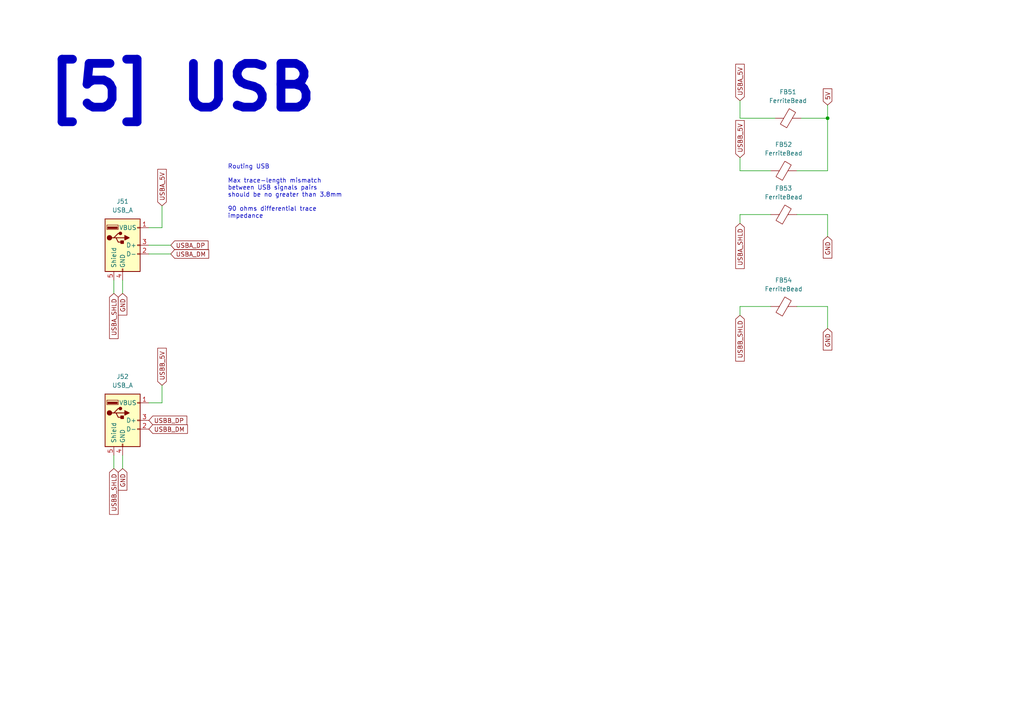
<source format=kicad_sch>
(kicad_sch (version 20230121) (generator eeschema)
  (paper "A4")
  (lib_symbols
    (symbol "Connector:USB_A" (pin_names (offset 1.016))
      (property "Reference" "J" (at -5.08 11.43 0))
      (property "Value" "USB_A" (at -5.08 8.89 0))
      (symbol "USB_A_0_1"
        (rectangle (start -5.08 -7.62) (end 5.08 7.62) (stroke (width 0.254)) (fill (type background)))
        (circle (center -3.81 2.159) (radius 0.635) (stroke (width 0.254)) (fill (type outline)))
        (rectangle (start -1.524 4.826) (end -4.318 5.334) (fill (type outline)))
        (rectangle (start -1.27 4.572) (end -4.572 5.842))
        (circle (center -0.635 3.429) (radius 0.381) (stroke (width 0.254)) (fill (type outline)))
        (rectangle (start -0.127 -7.62) (end 0.127 -6.858))
        (polyline (pts (xy -3.175 2.159) (xy -2.54 2.159) (xy -1.27 3.429) (xy -0.635 3.429)) (stroke (width 0.254)))
        (polyline (pts (xy -2.54 2.159) (xy -1.905 2.159) (xy -1.27 0.889) (xy 0 0.889)) (stroke (width 0.254)))
        (polyline (pts (xy 0.635 2.794) (xy 0.635 1.524) (xy 1.905 2.159) (xy 0.635 2.794)) (stroke (width 0.254)) (fill (type outline)))
        (rectangle (start 0.254 1.27) (end -0.508 0.508) (stroke (width 0.254)) (fill (type outline)))
        (rectangle (start 5.08 -2.667) (end 4.318 -2.413))
        (rectangle (start 5.08 -0.127) (end 4.318 0.127))
        (rectangle (start 5.08 4.953) (end 4.318 5.207))
      )
      (symbol "USB_A_1_1"
        (polyline (pts (xy -1.905 2.159) (xy 0.635 2.159)) (stroke (width 0.254)))
        (pin power_in line (at 7.62 5.08 180) (length 2.54) (name "VBUS") (number "1"))
        (pin bidirectional line (at 7.62 -2.54 180) (length 2.54) (name "D-") (number "2"))
        (pin bidirectional line (at 7.62 0 180) (length 2.54) (name "D+") (number "3"))
        (pin power_in line (at 0 -10.16 90) (length 2.54) (name "GND") (number "4"))
        (pin passive line (at -2.54 -10.16 90) (length 2.54) (name "Shield") (number "5"))
      )
    )
    (symbol "Device:FerriteBead" (pin_numbers hide) (pin_names (offset 0))
      (property "Reference" "FB" (at -3.81 0.635 90))
      (property "Value" "FerriteBead" (at 3.81 0 90))
      (symbol "FerriteBead_0_1"
        (polyline (pts (xy 0 -1.27) (xy 0 -1.2192)))
        (polyline (pts (xy 0 1.27) (xy 0 1.2954)))
        (polyline (pts (xy -2.7686 0.4064) (xy -1.7018 2.2606) (xy 2.7686 -0.3048) (xy 1.6764 -2.159) (xy -2.7686 0.4064)))
      )
      (symbol "FerriteBead_1_1"
        (pin passive line (at 0 3.81 270) (length 2.54) (name "~") (number "1"))
        (pin passive line (at 0 -3.81 90) (length 2.54) (name "~") (number "2"))
      )
    )
  )
  (junction (at 240.03 34.29))
  (wire (pts (xy 43.18 66.04) (xy 46.99 66.04)))
  (wire (pts (xy 46.99 116.84) (xy 46.99 111.76)))
  (wire (pts (xy 240.03 49.53) (xy 240.03 34.29)))
  (wire (pts (xy 35.56 132.08) (xy 35.56 135.89)))
  (wire (pts (xy 232.41 34.29) (xy 240.03 34.29)))
  (wire (pts (xy 214.63 45.72) (xy 214.63 49.53)))
  (wire (pts (xy 46.99 59.69) (xy 46.99 66.04)))
  (wire (pts (xy 223.52 62.23) (xy 214.63 62.23)))
  (wire (pts (xy 240.03 34.29) (xy 240.03 30.48)))
  (wire (pts (xy 43.18 116.84) (xy 46.99 116.84)))
  (wire (pts (xy 33.02 81.28) (xy 33.02 85.09)))
  (wire (pts (xy 43.18 73.66) (xy 49.53 73.66)))
  (wire (pts (xy 214.63 62.23) (xy 214.63 64.77)))
  (wire (pts (xy 214.63 34.29) (xy 214.63 29.21)))
  (wire (pts (xy 240.03 95.25) (xy 240.03 88.9)))
  (wire (pts (xy 33.02 132.08) (xy 33.02 135.89)))
  (wire (pts (xy 240.03 88.9) (xy 231.14 88.9)))
  (wire (pts (xy 43.18 71.12) (xy 49.53 71.12)))
  (wire (pts (xy 231.14 49.53) (xy 240.03 49.53)))
  (wire (pts (xy 35.56 81.28) (xy 35.56 85.09)))
  (wire (pts (xy 224.79 34.29) (xy 214.63 34.29)))
  (wire (pts (xy 240.03 68.58) (xy 240.03 62.23)))
  (wire (pts (xy 223.52 88.9) (xy 214.63 88.9)))
  (wire (pts (xy 214.63 88.9) (xy 214.63 91.44)))
  (wire (pts (xy 214.63 49.53) (xy 223.52 49.53)))
  (wire (pts (xy 240.03 62.23) (xy 231.14 62.23)))
  (text "Routing USB\n\nMax trace-length mismatch\nbetween USB signals pairs\nshould be no greater than 3.8mm\n\n90 ohms differential trace\nimpedance" (at 66.04 63.5 0) (effects (font (size 1.27 1.27)) (justify left bottom)))
  (text "[5] USB" (at 12.7 33.02 0) (effects (font (size 12.7 12.7) bold) (justify left bottom)))
  (global_label "USBB_5V" (shape input) (at 46.99 111.76 90) (property "Intersheetrefs" "${INTERSHEET_REFS}" (effects hide)))
  (global_label "5V" (shape input) (at 240.03 30.48 90) (property "Intersheetrefs" "${INTERSHEET_REFS}" (effects hide)))
  (global_label "GND" (shape input) (at 35.56 85.09 270) (property "Intersheetrefs" "${INTERSHEET_REFS}" (effects hide)))
  (global_label "USBA_5V" (shape input) (at 46.99 59.69 90) (property "Intersheetrefs" "${INTERSHEET_REFS}" (effects hide)))
  (global_label "USBB_SHLD" (shape input) (at 214.63 91.44 270) (property "Intersheetrefs" "${INTERSHEET_REFS}" (effects hide)))
  (global_label "USBB_DP" (shape input) (at 43.18 121.92 0) (property "Intersheetrefs" "${INTERSHEET_REFS}" (effects hide)))
  (global_label "GND" (shape input) (at 35.56 135.89 270) (property "Intersheetrefs" "${INTERSHEET_REFS}" (effects hide)))
  (global_label "USBA_5V" (shape input) (at 214.63 29.21 90) (property "Intersheetrefs" "${INTERSHEET_REFS}" (effects hide)))
  (global_label "USBA_DP" (shape input) (at 49.53 71.12 0) (property "Intersheetrefs" "${INTERSHEET_REFS}" (effects hide)))
  (global_label "USBB_5V" (shape input) (at 214.63 45.72 90) (property "Intersheetrefs" "${INTERSHEET_REFS}" (effects hide)))
  (global_label "USBA_SHLD" (shape input) (at 33.02 85.09 270) (property "Intersheetrefs" "${INTERSHEET_REFS}" (effects hide)))
  (global_label "USBA_DM" (shape input) (at 49.53 73.66 0) (property "Intersheetrefs" "${INTERSHEET_REFS}" (effects hide)))
  (global_label "USBB_DM" (shape input) (at 43.18 124.46 0) (property "Intersheetrefs" "${INTERSHEET_REFS}" (effects hide)))
  (global_label "GND" (shape input) (at 240.03 68.58 270) (property "Intersheetrefs" "${INTERSHEET_REFS}" (effects hide)))
  (global_label "GND" (shape input) (at 240.03 95.25 270) (property "Intersheetrefs" "${INTERSHEET_REFS}" (effects hide)))
  (global_label "USBB_SHLD" (shape input) (at 33.02 135.89 270) (property "Intersheetrefs" "${INTERSHEET_REFS}" (effects hide)))
  (global_label "USBA_SHLD" (shape input) (at 214.63 64.77 270) (property "Intersheetrefs" "${INTERSHEET_REFS}" (effects hide)))
  (symbol (lib_id "Device:FerriteBead") (at 227.33 62.23 90) (unit 1)
    (property "Reference" "FB53" (at 227.2792 54.61 90))
    (property "Value" "FerriteBead" (at 227.2792 57.15 90))
  )
  (symbol (lib_id "Device:FerriteBead") (at 228.6 34.29 90) (unit 1)
    (property "Reference" "FB51" (at 228.5492 26.67 90))
    (property "Value" "FerriteBead" (at 228.5492 29.21 90))
  )
  (symbol (lib_id "Connector:USB_A") (at 35.56 71.12 0) (unit 1)
    (property "Reference" "J51" (at 35.56 58.42 0))
    (property "Value" "USB_A" (at 35.56 60.96 0))
    (property "Footprint" "Connector_USB:USB_A_Molex_67643_Horizontal" (effects hide))
    (property "Datasheet" " ~" (effects hide))
  )
  (symbol (lib_id "Connector:USB_A") (at 35.56 121.92 0) (unit 1)
    (property "Reference" "J52" (at 35.56 109.22 0))
    (property "Value" "USB_A" (at 35.56 111.76 0))
    (property "Footprint" "Connector_USB:USB_A_Molex_67643_Horizontal" (effects hide))
    (property "Datasheet" " ~" (effects hide))
  )
  (symbol (lib_id "Device:FerriteBead") (at 227.33 88.9 90) (unit 1)
    (property "Reference" "FB54" (at 227.2792 81.28 90))
    (property "Value" "FerriteBead" (at 227.2792 83.82 90))
  )
  (symbol (lib_id "Device:FerriteBead") (at 227.33 49.53 90) (unit 1)
    (property "Reference" "FB52" (at 227.2792 41.91 90))
    (property "Value" "FerriteBead" (at 227.2792 44.45 90))
  )
)
</source>
